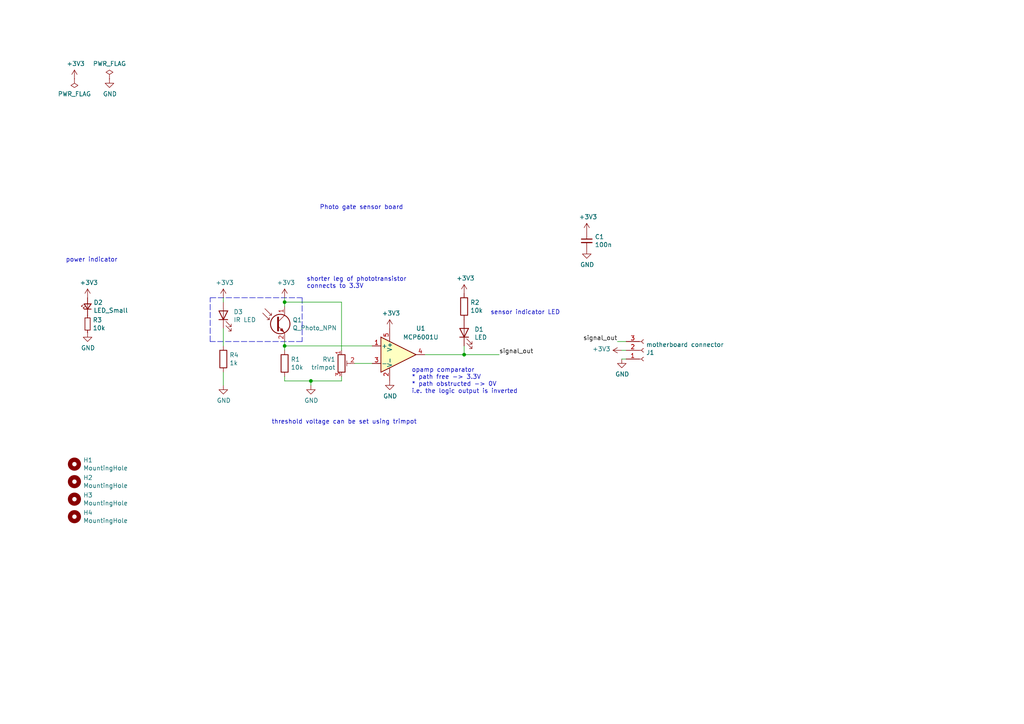
<source format=kicad_sch>
(kicad_sch (version 20231120) (generator "eeschema") (generator_version "8.0")
  (paper "A4")
  (lib_symbols
    (symbol "Amplifier_Operational:MCP6001U" (pin_names (offset 0.127))
      (property "Reference" "U" (at 0 5.08 0))
      (property "Value" "MCP6001U" (at 0 -5.08 0))
      (symbol "MCP6001U_0_1"
        (polyline (pts (xy -5.08 5.08) (xy 5.08 0) (xy -5.08 -5.08) (xy -5.08 5.08)) (stroke (width 0.254)) (fill (type background)))
        (pin power_in line (at -2.54 -7.62 90) (length 3.81) (name "V-") (number "2"))
        (pin power_in line (at -2.54 7.62 270) (length 3.81) (name "V+") (number "5"))
      )
      (symbol "MCP6001U_1_1"
        (pin input line (at -7.62 2.54 0) (length 2.54) (name "+") (number "1"))
        (pin input line (at -7.62 -2.54 0) (length 2.54) (name "-") (number "3"))
        (pin output line (at 7.62 0 180) (length 2.54) (name "~") (number "4"))
      )
    )
    (symbol "Device:C_Small" (pin_numbers hide) (pin_names (offset 0.254) hide)
      (property "Reference" "C" (at 0.254 1.778 0))
      (property "Value" "C_Small" (at 0.254 -2.032 0))
      (symbol "C_Small_0_1"
        (polyline (pts (xy -1.524 -0.508) (xy 1.524 -0.508)) (stroke (width 0.3302)))
        (polyline (pts (xy -1.524 0.508) (xy 1.524 0.508)) (stroke (width 0.3048)))
      )
      (symbol "C_Small_1_1"
        (pin passive line (at 0 2.54 270) (length 2.032) (name "~") (number "1"))
        (pin passive line (at 0 -2.54 90) (length 2.032) (name "~") (number "2"))
      )
    )
    (symbol "Device:LED" (pin_numbers hide) (pin_names (offset 1.016) hide)
      (property "Reference" "D" (at 0 2.54 0))
      (property "Value" "LED" (at 0 -2.54 0))
      (symbol "LED_0_1"
        (polyline (pts (xy -1.27 -1.27) (xy -1.27 1.27)) (stroke (width 0.254)))
        (polyline (pts (xy -1.27 0) (xy 1.27 0)))
        (polyline (pts (xy 1.27 -1.27) (xy 1.27 1.27) (xy -1.27 0) (xy 1.27 -1.27)) (stroke (width 0.254)))
        (polyline (pts (xy -3.048 -0.762) (xy -4.572 -2.286) (xy -3.81 -2.286) (xy -4.572 -2.286) (xy -4.572 -1.524)))
        (polyline (pts (xy -1.778 -0.762) (xy -3.302 -2.286) (xy -2.54 -2.286) (xy -3.302 -2.286) (xy -3.302 -1.524)))
      )
      (symbol "LED_1_1"
        (pin passive line (at -3.81 0 0) (length 2.54) (name "K") (number "1"))
        (pin passive line (at 3.81 0 180) (length 2.54) (name "A") (number "2"))
      )
    )
    (symbol "Device:LED_Small" (pin_numbers hide) (pin_names (offset 0.254) hide)
      (property "Reference" "D" (at -1.27 3.175 0))
      (property "Value" "LED_Small" (at -4.445 -2.54 0))
      (symbol "LED_Small_0_1"
        (polyline (pts (xy -0.762 -1.016) (xy -0.762 1.016)) (stroke (width 0.254)))
        (polyline (pts (xy 1.016 0) (xy -0.762 0)))
        (polyline (pts (xy 0.762 -1.016) (xy -0.762 0) (xy 0.762 1.016) (xy 0.762 -1.016)) (stroke (width 0.254)))
        (polyline (pts (xy 0 0.762) (xy -0.508 1.27) (xy -0.254 1.27) (xy -0.508 1.27) (xy -0.508 1.016)))
        (polyline (pts (xy 0.508 1.27) (xy 0 1.778) (xy 0.254 1.778) (xy 0 1.778) (xy 0 1.524)))
      )
      (symbol "LED_Small_1_1"
        (pin passive line (at -2.54 0 0) (length 1.778) (name "K") (number "1"))
        (pin passive line (at 2.54 0 180) (length 1.778) (name "A") (number "2"))
      )
    )
    (symbol "Device:Q_Photo_NPN" (pin_names (offset 0) hide)
      (property "Reference" "Q" (at 5.08 1.27 0))
      (property "Value" "Q_Photo_NPN" (at 5.08 -1.27 0))
      (symbol "Q_Photo_NPN_0_1"
        (polyline (pts (xy -1.905 1.27) (xy -2.54 1.27)))
        (polyline (pts (xy -1.27 2.54) (xy -1.905 2.54)))
        (polyline (pts (xy 0.635 0.635) (xy 2.54 2.54)))
        (polyline (pts (xy -3.81 3.175) (xy -1.905 1.27) (xy -1.905 1.905)))
        (polyline (pts (xy -3.175 4.445) (xy -1.27 2.54) (xy -1.27 3.175)))
        (polyline (pts (xy 0.635 -0.635) (xy 2.54 -2.54) (xy 2.54 -2.54)))
        (polyline (pts (xy 0.635 1.905) (xy 0.635 -1.905) (xy 0.635 -1.905)) (stroke (width 0.508)))
        (polyline (pts (xy 1.27 -1.778) (xy 1.778 -1.27) (xy 2.286 -2.286) (xy 1.27 -1.778) (xy 1.27 -1.778)) (fill (type outline)))
        (circle (center 1.27 0) (radius 2.8194) (stroke (width 0.254)))
      )
      (symbol "Q_Photo_NPN_1_1"
        (pin passive line (at 2.54 5.08 270) (length 2.54) (name "C") (number "1"))
        (pin passive line (at 2.54 -5.08 90) (length 2.54) (name "E") (number "2"))
      )
    )
    (symbol "Device:R" (pin_numbers hide) (pin_names (offset 0))
      (property "Reference" "R" (at 2.032 0 90))
      (property "Value" "R" (at 0 0 90))
      (symbol "R_0_1"
        (rectangle (start -1.016 -2.54) (end 1.016 2.54) (stroke (width 0.254)))
      )
      (symbol "R_1_1"
        (pin passive line (at 0 3.81 270) (length 1.27) (name "~") (number "1"))
        (pin passive line (at 0 -3.81 90) (length 1.27) (name "~") (number "2"))
      )
    )
    (symbol "Device:R_Small" (pin_numbers hide) (pin_names (offset 0.254) hide)
      (property "Reference" "R" (at 0.762 0.508 0))
      (property "Value" "R_Small" (at 0.762 -1.016 0))
      (symbol "R_Small_0_1"
        (rectangle (start -0.762 1.778) (end 0.762 -1.778) (stroke (width 0.2032)))
      )
      (symbol "R_Small_1_1"
        (pin passive line (at 0 2.54 270) (length 0.762) (name "~") (number "1"))
        (pin passive line (at 0 -2.54 90) (length 0.762) (name "~") (number "2"))
      )
    )
    (symbol "Mechanical:MountingHole" (pin_names (offset 1.016)) (exclude_from_sim yes) (in_bom no)
      (property "Reference" "H" (at 0 5.08 0))
      (property "Value" "MountingHole" (at 0 3.175 0))
      (symbol "MountingHole_0_1"
        (circle (center 0 0) (radius 1.27) (stroke (width 1.27)))
      )
    )
    (symbol "sensorilauta-rescue:+3.3V-power" (power) (pin_names (offset 0))
      (property "Value" "power_+3.3V" (at 0 3.556 0))
      (symbol "+3.3V-power_0_1"
        (polyline (pts (xy -0.762 1.27) (xy 0 2.54)))
        (polyline (pts (xy 0 0) (xy 0 2.54)))
        (polyline (pts (xy 0 2.54) (xy 0.762 1.27)))
      )
      (symbol "+3.3V-power_1_1"
        (pin power_in line (at 0 0 90) (length 0) hide (name "+3V3") (number "1"))
      )
    )
    (symbol "sensorilauta-rescue:Conn_01x03_Female-Connector" (pin_names (offset 1.016) hide)
      (property "Reference" "J" (at 0 5.08 0))
      (property "Value" "Connector_Conn_01x03_Female" (at 0 -5.08 0))
      (symbol "Conn_01x03_Female-Connector_1_1"
        (arc (start 0 -2.032) (mid -0.508 -2.54) (end 0 -3.048) (stroke (width 0.1524)))
        (polyline (pts (xy -1.27 -2.54) (xy -0.508 -2.54)) (stroke (width 0.1524)))
        (polyline (pts (xy -1.27 0) (xy -0.508 0)) (stroke (width 0.1524)))
        (polyline (pts (xy -1.27 2.54) (xy -0.508 2.54)) (stroke (width 0.1524)))
        (arc (start 0 0.508) (mid -0.508 0) (end 0 -0.508) (stroke (width 0.1524)))
        (arc (start 0 3.048) (mid -0.508 2.54) (end 0 2.032) (stroke (width 0.1524)))
        (pin passive line (at -5.08 2.54 0) (length 3.81) (name "Pin_1") (number "1"))
        (pin passive line (at -5.08 0 0) (length 3.81) (name "Pin_2") (number "2"))
        (pin passive line (at -5.08 -2.54 0) (length 3.81) (name "Pin_3") (number "3"))
      )
    )
    (symbol "sensorilauta-rescue:GND-power" (power) (pin_names (offset 0))
      (property "Value" "power_GND" (at 0 -3.81 0))
      (symbol "GND-power_0_1"
        (polyline (pts (xy 0 0) (xy 0 -1.27) (xy 1.27 -1.27) (xy 0 -2.54) (xy -1.27 -1.27) (xy 0 -1.27)))
      )
      (symbol "GND-power_1_1"
        (pin power_in line (at 0 0 270) (length 0) hide (name "GND") (number "1"))
      )
    )
    (symbol "sensorilauta-rescue:PWR_FLAG-power" (power) (pin_numbers hide) (pin_names (offset 0) hide)
      (property "Value" "power_PWR_FLAG" (at 0 3.81 0))
      (symbol "PWR_FLAG-power_0_0"
        (pin power_out line (at 0 0 90) (length 0) (name "pwr") (number "1"))
      )
      (symbol "PWR_FLAG-power_0_1"
        (polyline (pts (xy 0 0) (xy 0 1.27) (xy -1.016 1.905) (xy 0 2.54) (xy 1.016 1.905) (xy 0 1.27)))
      )
    )
    (symbol "sensorilauta-rescue:R_POT_TRIM-Device" (pin_names (offset 1.016) hide)
      (property "Reference" "RV" (at -4.445 0 90))
      (property "Value" "Device_R_POT_TRIM" (at -2.54 0 90))
      (symbol "R_POT_TRIM-Device_0_1"
        (polyline (pts (xy 1.524 0.762) (xy 1.524 -0.762)))
        (polyline (pts (xy 2.54 0) (xy 1.524 0)))
        (rectangle (start 1.016 2.54) (end -1.016 -2.54) (stroke (width 0.254)))
      )
      (symbol "R_POT_TRIM-Device_1_1"
        (pin passive line (at 0 3.81 270) (length 1.27) (name "1") (number "1"))
        (pin passive line (at 3.81 0 180) (length 1.27) (name "2") (number "2"))
        (pin passive line (at 0 -3.81 90) (length 1.27) (name "3") (number "3"))
      )
    )
  )
  (junction (at 134.62 102.87))
  (junction (at 82.55 87.63))
  (junction (at 82.55 100.33))
  (junction (at 90.17 110.49))
  (wire (pts (xy 90.17 110.49) (xy 82.55 110.49)))
  (wire (pts (xy 180.34 104.14) (xy 181.61 104.14)))
  (wire (pts (xy 82.55 100.33) (xy 107.95 100.33)))
  (wire (pts (xy 134.62 102.87) (xy 144.78 102.87)))
  (wire (pts (xy 99.06 87.63) (xy 99.06 101.6)))
  (wire (pts (xy 64.77 107.95) (xy 64.77 111.76)))
  (wire (pts (xy 99.06 109.22) (xy 99.06 110.49)))
  (wire (pts (xy 99.06 110.49) (xy 90.17 110.49)))
  (wire (pts (xy 82.55 101.6) (xy 82.55 100.33)))
  (polyline (pts (xy 87.63 99.06) (xy 60.96 99.06)) (stroke (width 0) (type dash)))
  (wire (pts (xy 64.77 100.33) (xy 64.77 95.25)))
  (wire (pts (xy 181.61 99.06) (xy 179.07 99.06)))
  (wire (pts (xy 134.62 102.87) (xy 134.62 100.33)))
  (wire (pts (xy 82.55 87.63) (xy 99.06 87.63)))
  (wire (pts (xy 82.55 109.22) (xy 82.55 110.49)))
  (wire (pts (xy 90.17 110.49) (xy 90.17 111.76)))
  (wire (pts (xy 180.34 101.6) (xy 181.61 101.6)))
  (wire (pts (xy 123.19 102.87) (xy 134.62 102.87)))
  (polyline (pts (xy 60.96 86.36) (xy 87.63 86.36)) (stroke (width 0) (type dash)))
  (polyline (pts (xy 87.63 86.36) (xy 87.63 99.06)) (stroke (width 0) (type dash)))
  (wire (pts (xy 102.87 105.41) (xy 107.95 105.41)))
  (wire (pts (xy 82.55 100.33) (xy 82.55 99.06)))
  (polyline (pts (xy 60.96 99.06) (xy 60.96 86.36)) (stroke (width 0) (type dash)))
  (wire (pts (xy 64.77 86.36) (xy 64.77 87.63)))
  (wire (pts (xy 82.55 87.63) (xy 82.55 88.9)))
  (wire (pts (xy 82.55 86.36) (xy 82.55 87.63)))
  (text "power indicator" (at 19.05 76.2 0) (effects (font (size 1.27 1.27)) (justify left bottom)))
  (text "sensor indicator LED" (at 142.24 91.44 0) (effects (font (size 1.27 1.27)) (justify left bottom)))
  (text "threshold voltage can be set using trimpot" (at 78.74 123.19 0) (effects (font (size 1.27 1.27)) (justify left bottom)))
  (text "Photo gate sensor board" (at 92.71 60.96 0) (effects (font (size 1.27 1.27)) (justify left bottom)))
  (text "opamp comparator\n* path free -> 3.3V\n* path obstructed -> 0V\ni.e. the logic output is inverted" (at 119.38 114.3 0) (effects (font (size 1.27 1.27)) (justify left bottom)))
  (text "shorter leg of phototransistor\nconnects to 3.3V" (at 88.9 83.82 0) (effects (font (size 1.27 1.27)) (justify left bottom)))
  (label "signal_out" (at 144.78 102.87 0))
  (label "signal_out" (at 179.07 99.06 180))
  (symbol (lib_id "Amplifier_Operational:MCP6001U") (at 115.57 102.87 0) (unit 1)
    (property "Reference" "U1" (at 120.65 95.25 0) (effects (justify left)))
    (property "Value" "MCP6001U" (at 116.84 97.79 0) (effects (justify left)))
    (property "Footprint" "Package_TO_SOT_SMD:SOT-23-5_HandSoldering" (effects (hide yes)))
    (property "Datasheet" "http://ww1.microchip.com/downloads/en/DeviceDoc/21733j.pdf" (effects (hide yes)))
  )
  (symbol (lib_id "sensorilauta-rescue:+3.3V-power") (at 82.55 86.36 0) (unit 1)
    (property "Reference" "#PWR01" (effects (hide yes)))
    (property "Value" "+3V3" (at 82.931 81.9658 0))
  )
  (symbol (lib_id "sensorilauta-rescue:R_POT_TRIM-Device") (at 99.06 105.41 0) (unit 1)
    (property "Reference" "RV1" (at 97.3074 104.2416 0) (effects (justify right)))
    (property "Value" "trimpot" (at 97.3074 106.553 0) (effects (justify right)))
    (property "Footprint" "Potentiometer_SMD:Potentiometer_Vishay_TS53YJ_Vertical" (effects (hide yes)))
  )
  (symbol (lib_id "Device:Q_Photo_NPN") (at 80.01 93.98 0) (unit 1)
    (property "Reference" "Q1" (at 84.836 92.8116 0) (effects (justify left)))
    (property "Value" "Q_Photo_NPN" (at 84.836 95.123 0) (effects (justify left)))
    (property "Footprint" "Connector_PinHeader_2.54mm:PinHeader_2x01_P2.54mm_Vertical" (effects (hide yes)))
  )
  (symbol (lib_id "Device:R") (at 82.55 105.41 0) (unit 1)
    (property "Reference" "R1" (at 84.328 104.2416 0) (effects (justify left)))
    (property "Value" "10k" (at 84.328 106.553 0) (effects (justify left)))
    (property "Footprint" "Resistor_SMD:R_0805_2012Metric_Pad1.15x1.40mm_HandSolder" (effects (hide yes)))
  )
  (symbol (lib_id "sensorilauta-rescue:GND-power") (at 113.03 110.49 0) (unit 1)
    (property "Reference" "#PWR05" (effects (hide yes)))
    (property "Value" "GND" (at 113.157 114.8842 0))
  )
  (symbol (lib_id "sensorilauta-rescue:+3.3V-power") (at 113.03 95.25 0) (unit 1)
    (property "Reference" "#PWR04" (effects (hide yes)))
    (property "Value" "+3V3" (at 113.411 90.8558 0))
  )
  (symbol (lib_id "Device:LED") (at 134.62 96.52 90) (unit 1)
    (property "Reference" "D1" (at 137.5918 95.5294 90) (effects (justify right)))
    (property "Value" "LED" (at 137.5918 97.8408 90) (effects (justify right)))
    (property "Footprint" "LED_THT:LED_D5.0mm" (effects (hide yes)))
  )
  (symbol (lib_id "Device:R") (at 134.62 88.9 0) (unit 1)
    (property "Reference" "R2" (at 136.398 87.7316 0) (effects (justify left)))
    (property "Value" "10k" (at 136.398 90.043 0) (effects (justify left)))
    (property "Footprint" "Resistor_SMD:R_0805_2012Metric_Pad1.15x1.40mm_HandSolder" (effects (hide yes)))
  )
  (symbol (lib_id "sensorilauta-rescue:+3.3V-power") (at 134.62 85.09 0) (unit 1)
    (property "Reference" "#PWR06" (effects (hide yes)))
    (property "Value" "+3V3" (at 135.001 80.6958 0))
  )
  (symbol (lib_id "sensorilauta-rescue:Conn_01x03_Female-Connector") (at 186.69 101.6 0) (mirror x) (unit 1)
    (property "Reference" "J1" (at 187.4012 102.2604 0) (effects (justify left)))
    (property "Value" "motherboard connector" (at 187.4012 99.949 0) (effects (justify left)))
    (property "Footprint" "Connector_PinHeader_2.54mm:PinHeader_1x03_P2.54mm_Horizontal" (effects (hide yes)))
  )
  (symbol (lib_id "sensorilauta-rescue:GND-power") (at 180.34 104.14 0) (unit 1)
    (property "Reference" "#PWR08" (effects (hide yes)))
    (property "Value" "GND" (at 180.467 108.5342 0))
  )
  (symbol (lib_id "sensorilauta-rescue:+3.3V-power") (at 180.34 101.6 90) (unit 1)
    (property "Reference" "#PWR07" (effects (hide yes)))
    (property "Value" "+3V3" (at 177.0888 101.219 90) (effects (justify left)))
  )
  (symbol (lib_id "sensorilauta-rescue:+3.3V-power") (at 21.59 22.86 0) (unit 1)
    (property "Reference" "#PWR09" (effects (hide yes)))
    (property "Value" "+3V3" (at 21.971 18.4658 0))
  )
  (symbol (lib_id "sensorilauta-rescue:GND-power") (at 31.75 22.86 0) (unit 1)
    (property "Reference" "#PWR010" (effects (hide yes)))
    (property "Value" "GND" (at 31.877 27.2542 0))
  )
  (symbol (lib_id "sensorilauta-rescue:PWR_FLAG-power") (at 21.59 22.86 180) (unit 1)
    (property "Reference" "#FLG01" (effects (hide yes)))
    (property "Value" "PWR_FLAG" (at 21.59 27.2542 0))
  )
  (symbol (lib_id "sensorilauta-rescue:PWR_FLAG-power") (at 31.75 22.86 0) (unit 1)
    (property "Reference" "#FLG02" (effects (hide yes)))
    (property "Value" "PWR_FLAG" (at 31.75 18.4658 0))
  )
  (symbol (lib_id "sensorilauta-rescue:+3.3V-power") (at 25.4 86.36 0) (unit 1)
    (property "Reference" "#PWR011" (effects (hide yes)))
    (property "Value" "+3V3" (at 25.781 81.9658 0))
  )
  (symbol (lib_id "Device:LED_Small") (at 25.4 88.9 90) (unit 1)
    (property "Reference" "D2" (at 27.1272 87.7316 90) (effects (justify right)))
    (property "Value" "LED_Small" (at 27.1272 90.043 90) (effects (justify right)))
    (property "Footprint" "LED_SMD:LED_0805_2012Metric_Castellated" (effects (hide yes)))
  )
  (symbol (lib_id "Device:R_Small") (at 25.4 93.98 0) (unit 1)
    (property "Reference" "R3" (at 26.8986 92.8116 0) (effects (justify left)))
    (property "Value" "10k" (at 26.8986 95.123 0) (effects (justify left)))
    (property "Footprint" "Resistor_SMD:R_0805_2012Metric_Pad1.15x1.40mm_HandSolder" (effects (hide yes)))
  )
  (symbol (lib_id "sensorilauta-rescue:GND-power") (at 25.4 96.52 0) (unit 1)
    (property "Reference" "#PWR012" (effects (hide yes)))
    (property "Value" "GND" (at 25.527 100.9142 0))
  )
  (symbol (lib_id "sensorilauta-rescue:+3.3V-power") (at 64.77 86.36 0) (unit 1)
    (property "Reference" "#PWR02" (effects (hide yes)))
    (property "Value" "+3V3" (at 65.151 81.9658 0))
  )
  (symbol (lib_id "Device:LED") (at 64.77 91.44 90) (unit 1)
    (property "Reference" "D3" (at 67.7418 90.4494 90) (effects (justify right)))
    (property "Value" "IR LED" (at 67.7418 92.7608 90) (effects (justify right)))
    (property "Footprint" "Connector_PinHeader_2.54mm:PinHeader_2x01_P2.54mm_Vertical" (effects (hide yes)))
  )
  (symbol (lib_id "Device:R") (at 64.77 104.14 0) (unit 1)
    (property "Reference" "R4" (at 66.548 102.9716 0) (effects (justify left)))
    (property "Value" "1k" (at 66.548 105.283 0) (effects (justify left)))
    (property "Footprint" "Resistor_SMD:R_0805_2012Metric_Pad1.15x1.40mm_HandSolder" (effects (hide yes)))
  )
  (symbol (lib_id "sensorilauta-rescue:GND-power") (at 64.77 111.76 0) (unit 1)
    (property "Reference" "#PWR03" (effects (hide yes)))
    (property "Value" "GND" (at 64.897 116.1542 0))
  )
  (symbol (lib_id "sensorilauta-rescue:GND-power") (at 90.17 111.76 0) (unit 1)
    (property "Reference" "#PWR013" (effects (hide yes)))
    (property "Value" "GND" (at 90.297 116.1542 0))
  )
  (symbol (lib_id "Mechanical:MountingHole") (at 21.59 134.62 0) (unit 1)
    (property "Reference" "H1" (at 24.13 133.4516 0) (effects (justify left)))
    (property "Value" "MountingHole" (at 24.13 135.763 0) (effects (justify left)))
    (property "Footprint" "MountingHole:MountingHole_4.3mm_M4" (effects (hide yes)))
  )
  (symbol (lib_id "Mechanical:MountingHole") (at 21.59 139.7 0) (unit 1)
    (property "Reference" "H2" (at 24.13 138.5316 0) (effects (justify left)))
    (property "Value" "MountingHole" (at 24.13 140.843 0) (effects (justify left)))
    (property "Footprint" "MountingHole:MountingHole_4.3mm_M4" (effects (hide yes)))
  )
  (symbol (lib_id "Mechanical:MountingHole") (at 21.59 144.78 0) (unit 1)
    (property "Reference" "H3" (at 24.13 143.6116 0) (effects (justify left)))
    (property "Value" "MountingHole" (at 24.13 145.923 0) (effects (justify left)))
    (property "Footprint" "MountingHole:MountingHole_4.3mm_M4" (effects (hide yes)))
  )
  (symbol (lib_id "Mechanical:MountingHole") (at 21.59 149.86 0) (unit 1)
    (property "Reference" "H4" (at 24.13 148.6916 0) (effects (justify left)))
    (property "Value" "MountingHole" (at 24.13 151.003 0) (effects (justify left)))
    (property "Footprint" "MountingHole:MountingHole_4.3mm_M4" (effects (hide yes)))
  )
  (symbol (lib_id "Device:C_Small") (at 170.18 69.85 0) (unit 1)
    (property "Reference" "C1" (at 172.5168 68.6816 0) (effects (justify left)))
    (property "Value" "100n" (at 172.5168 70.993 0) (effects (justify left)))
    (property "Footprint" "Capacitor_SMD:C_0805_2012Metric_Pad1.15x1.40mm_HandSolder" (effects (hide yes)))
  )
  (symbol (lib_id "sensorilauta-rescue:+3.3V-power") (at 170.18 67.31 0) (unit 1)
    (property "Reference" "#PWR014" (effects (hide yes)))
    (property "Value" "+3V3" (at 170.561 62.9158 0))
  )
  (symbol (lib_id "sensorilauta-rescue:GND-power") (at 170.18 72.39 0) (unit 1)
    (property "Reference" "#PWR015" (effects (hide yes)))
    (property "Value" "GND" (at 170.307 76.7842 0))
  )
)
</source>
